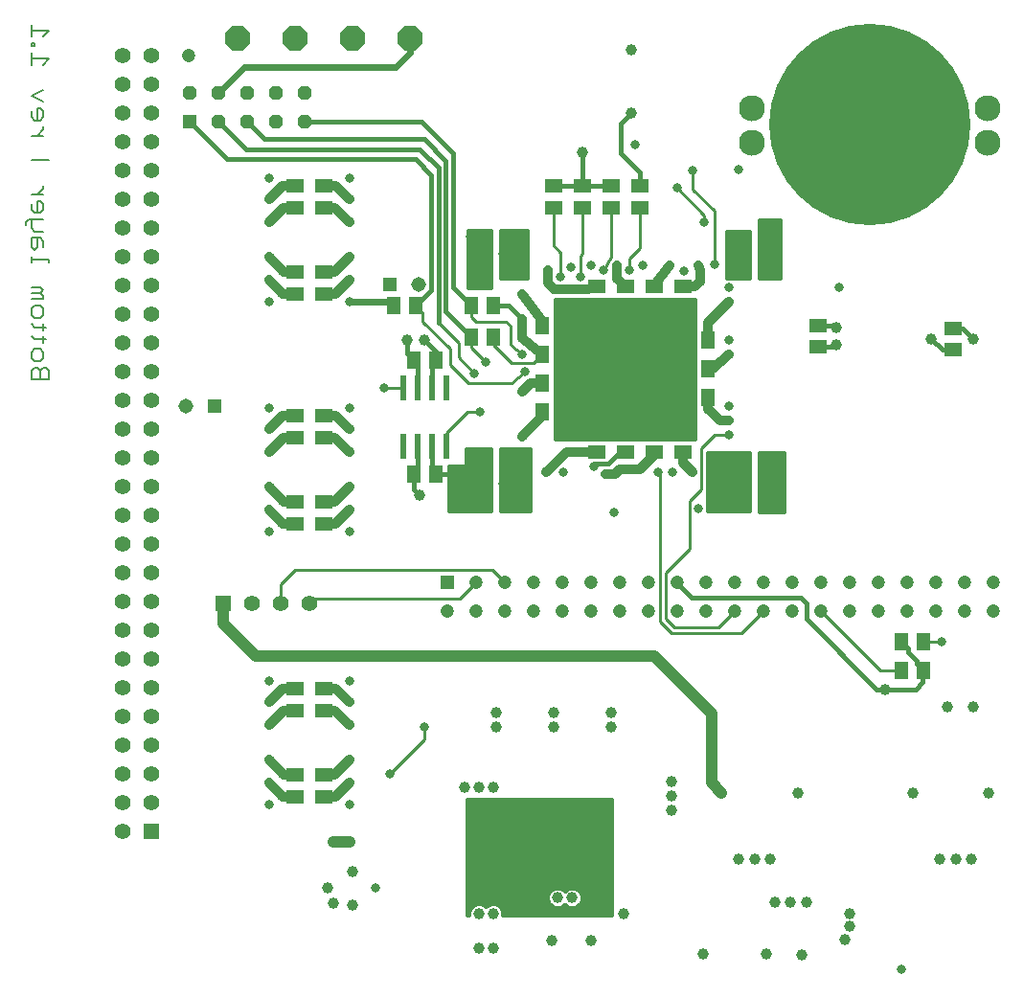
<source format=gbl>
G75*
%MOIN*%
%OFA0B0*%
%FSLAX25Y25*%
%IPPOS*%
%LPD*%
%AMOC8*
5,1,8,0,0,1.08239X$1,22.5*
%
%ADD10C,0.00800*%
%ADD11C,0.09055*%
%ADD12R,0.39370X0.39370*%
%ADD13C,0.70079*%
%ADD14R,0.05906X0.05118*%
%ADD15R,0.05118X0.05906*%
%ADD16R,0.05537X0.05537*%
%ADD17C,0.05537*%
%ADD18C,0.03175*%
%ADD19C,0.16598*%
%ADD20R,0.02362X0.08661*%
%ADD21R,0.04750X0.04750*%
%ADD22C,0.04750*%
%ADD23OC8,0.04750*%
%ADD24OC8,0.08500*%
%ADD25R,0.05143X0.05143*%
%ADD26C,0.05143*%
%ADD27C,0.03962*%
%ADD28C,0.03200*%
%ADD29C,0.01000*%
%ADD30C,0.01600*%
%ADD31C,0.02400*%
%ADD32C,0.04000*%
D10*
X0013400Y0226400D02*
X0013400Y0229503D01*
X0014434Y0230537D01*
X0015468Y0230537D01*
X0016503Y0229503D01*
X0016503Y0226400D01*
X0019605Y0226400D02*
X0019605Y0229503D01*
X0018571Y0230537D01*
X0017537Y0230537D01*
X0016503Y0229503D01*
X0016503Y0232845D02*
X0014434Y0232845D01*
X0013400Y0233880D01*
X0013400Y0235948D01*
X0014434Y0236982D01*
X0016503Y0236982D01*
X0017537Y0235948D01*
X0017537Y0233880D01*
X0016503Y0232845D01*
X0017537Y0239291D02*
X0017537Y0241359D01*
X0018571Y0240325D02*
X0014434Y0240325D01*
X0013400Y0241359D01*
X0014434Y0244622D02*
X0013400Y0245656D01*
X0014434Y0244622D02*
X0018571Y0244622D01*
X0017537Y0243588D02*
X0017537Y0245656D01*
X0016503Y0247885D02*
X0014434Y0247885D01*
X0013400Y0248919D01*
X0013400Y0250988D01*
X0014434Y0252022D01*
X0016503Y0252022D01*
X0017537Y0250988D01*
X0017537Y0248919D01*
X0016503Y0247885D01*
X0017537Y0254330D02*
X0013400Y0254330D01*
X0013400Y0256399D02*
X0016503Y0256399D01*
X0017537Y0257433D01*
X0016503Y0258467D01*
X0013400Y0258467D01*
X0016503Y0256399D02*
X0017537Y0255365D01*
X0017537Y0254330D01*
X0019605Y0267221D02*
X0019605Y0268256D01*
X0013400Y0268256D01*
X0013400Y0269290D02*
X0013400Y0267221D01*
X0014434Y0271518D02*
X0013400Y0272553D01*
X0013400Y0275655D01*
X0016503Y0275655D01*
X0017537Y0274621D01*
X0017537Y0272553D01*
X0015468Y0272553D02*
X0015468Y0275655D01*
X0014434Y0277964D02*
X0013400Y0278998D01*
X0013400Y0282101D01*
X0012366Y0282101D02*
X0011332Y0281067D01*
X0011332Y0280032D01*
X0012366Y0282101D02*
X0017537Y0282101D01*
X0016503Y0284409D02*
X0017537Y0285444D01*
X0017537Y0287512D01*
X0016503Y0288546D01*
X0015468Y0288546D01*
X0015468Y0284409D01*
X0014434Y0284409D02*
X0016503Y0284409D01*
X0014434Y0284409D02*
X0013400Y0285444D01*
X0013400Y0287512D01*
X0013400Y0290855D02*
X0017537Y0290855D01*
X0017537Y0292923D02*
X0017537Y0293958D01*
X0017537Y0292923D02*
X0015468Y0290855D01*
X0013400Y0302672D02*
X0019605Y0302672D01*
X0017537Y0311266D02*
X0013400Y0311266D01*
X0015468Y0311266D02*
X0017537Y0313334D01*
X0017537Y0314368D01*
X0016503Y0316637D02*
X0017537Y0317671D01*
X0017537Y0319740D01*
X0016503Y0320774D01*
X0015468Y0320774D01*
X0015468Y0316637D01*
X0014434Y0316637D02*
X0016503Y0316637D01*
X0014434Y0316637D02*
X0013400Y0317671D01*
X0013400Y0319740D01*
X0017537Y0323082D02*
X0013400Y0325151D01*
X0017537Y0327219D01*
X0017537Y0335973D02*
X0019605Y0338042D01*
X0013400Y0338042D01*
X0013400Y0340110D02*
X0013400Y0335973D01*
X0013400Y0342419D02*
X0013400Y0343453D01*
X0014434Y0343453D01*
X0014434Y0342419D01*
X0013400Y0342419D01*
X0013400Y0345642D02*
X0013400Y0349779D01*
X0013400Y0347710D02*
X0019605Y0347710D01*
X0017537Y0345642D01*
X0017537Y0277964D02*
X0014434Y0277964D01*
X0015468Y0272553D02*
X0014434Y0271518D01*
X0013400Y0226400D02*
X0019605Y0226400D01*
D11*
X0264055Y0308701D03*
X0264055Y0320906D03*
X0345945Y0320906D03*
X0345945Y0308701D03*
D12*
X0305000Y0315000D03*
D13*
X0305000Y0315000D03*
D14*
X0225000Y0293740D03*
X0225000Y0286260D03*
X0215000Y0286260D03*
X0205000Y0286260D03*
X0205000Y0293740D03*
X0215000Y0293740D03*
X0195000Y0293740D03*
X0195000Y0286260D03*
X0210000Y0258740D03*
X0220000Y0258740D03*
X0230000Y0258740D03*
X0230000Y0251260D03*
X0220000Y0251260D03*
X0210000Y0251260D03*
X0240000Y0251260D03*
X0240000Y0258740D03*
X0287044Y0245154D03*
X0287044Y0237674D03*
X0334127Y0236674D03*
X0334127Y0244154D03*
X0240000Y0208740D03*
X0240000Y0201260D03*
X0230000Y0201260D03*
X0220000Y0201260D03*
X0210000Y0201260D03*
X0210000Y0208740D03*
X0220000Y0208740D03*
X0230000Y0208740D03*
X0115000Y0206260D03*
X0105000Y0206260D03*
X0105000Y0213740D03*
X0115000Y0213740D03*
X0115000Y0183740D03*
X0105000Y0183740D03*
X0105000Y0176260D03*
X0115000Y0176260D03*
X0115000Y0118740D03*
X0105000Y0118740D03*
X0105000Y0111260D03*
X0115000Y0111260D03*
X0115000Y0088740D03*
X0105000Y0088740D03*
X0105000Y0081260D03*
X0115000Y0081260D03*
X0115000Y0256260D03*
X0105000Y0256260D03*
X0105000Y0263740D03*
X0115000Y0263740D03*
X0115000Y0286260D03*
X0105000Y0286260D03*
X0105000Y0293740D03*
X0115000Y0293740D03*
D15*
X0171260Y0275000D03*
X0178740Y0275000D03*
X0178740Y0265000D03*
X0171260Y0265000D03*
X0173990Y0252000D03*
X0166510Y0252000D03*
X0166510Y0241000D03*
X0173990Y0241000D03*
X0191260Y0245000D03*
X0198740Y0245000D03*
X0198740Y0235000D03*
X0191260Y0235000D03*
X0191260Y0225000D03*
X0198740Y0225000D03*
X0198740Y0215000D03*
X0191260Y0215000D03*
X0178740Y0195000D03*
X0171260Y0195000D03*
X0171260Y0185000D03*
X0178740Y0185000D03*
X0153990Y0193500D03*
X0146510Y0193500D03*
X0146510Y0233000D03*
X0153990Y0233000D03*
X0146990Y0252000D03*
X0139510Y0252000D03*
X0241260Y0240000D03*
X0248740Y0240000D03*
X0248740Y0230000D03*
X0241260Y0230000D03*
X0241260Y0220000D03*
X0248740Y0220000D03*
X0261260Y0195000D03*
X0268740Y0195000D03*
X0268740Y0185000D03*
X0261260Y0185000D03*
X0316260Y0135000D03*
X0323740Y0135000D03*
X0323740Y0125000D03*
X0316260Y0125000D03*
X0268740Y0265000D03*
X0261260Y0265000D03*
X0261260Y0275000D03*
X0268740Y0275000D03*
D16*
X0080000Y0148500D03*
X0055000Y0069173D03*
D17*
X0045000Y0069173D03*
X0045000Y0079173D03*
X0055000Y0079173D03*
X0055000Y0089173D03*
X0045000Y0089173D03*
X0045000Y0099173D03*
X0055000Y0099173D03*
X0055000Y0109173D03*
X0045000Y0109173D03*
X0045000Y0119173D03*
X0055000Y0119173D03*
X0055000Y0129173D03*
X0045000Y0129173D03*
X0045000Y0139173D03*
X0055000Y0139173D03*
X0055000Y0149173D03*
X0045000Y0149173D03*
X0045000Y0159173D03*
X0055000Y0159173D03*
X0055000Y0169173D03*
X0045000Y0169173D03*
X0045000Y0179173D03*
X0055000Y0179173D03*
X0055000Y0189173D03*
X0045000Y0189173D03*
X0045000Y0199173D03*
X0055000Y0199173D03*
X0055000Y0209173D03*
X0045000Y0209173D03*
X0045000Y0219173D03*
X0055000Y0219173D03*
X0055000Y0229173D03*
X0045000Y0229173D03*
X0045000Y0239173D03*
X0055000Y0239173D03*
X0055000Y0249173D03*
X0045000Y0249173D03*
X0045000Y0259173D03*
X0055000Y0259173D03*
X0055000Y0269173D03*
X0045000Y0269173D03*
X0045000Y0279173D03*
X0055000Y0279173D03*
X0055000Y0289173D03*
X0045000Y0289173D03*
X0045000Y0299173D03*
X0055000Y0299173D03*
X0055000Y0309173D03*
X0045000Y0309173D03*
X0045000Y0319173D03*
X0055000Y0319173D03*
X0055000Y0329173D03*
X0045000Y0329173D03*
X0045000Y0339173D03*
X0055000Y0339173D03*
X0090000Y0148500D03*
X0100000Y0148500D03*
X0110000Y0148500D03*
D18*
X0096000Y0173500D03*
X0096000Y0181000D03*
X0096000Y0189000D03*
X0096000Y0201000D03*
X0096000Y0209000D03*
X0096000Y0216500D03*
X0124000Y0216500D03*
X0124000Y0209000D03*
X0124000Y0201000D03*
X0124000Y0189000D03*
X0124000Y0181000D03*
X0124000Y0173500D03*
X0160000Y0190000D03*
X0165500Y0185000D03*
X0177500Y0190000D03*
X0185000Y0196500D03*
X0184500Y0201000D03*
X0184000Y0206500D03*
X0169500Y0215000D03*
X0184000Y0222000D03*
X0185000Y0229000D03*
X0184000Y0235000D03*
X0171500Y0232500D03*
X0167500Y0228500D03*
X0136000Y0223500D03*
X0165500Y0195000D03*
X0185500Y0182000D03*
X0192500Y0194000D03*
X0198500Y0194000D03*
X0209000Y0196000D03*
X0213000Y0193500D03*
X0216000Y0180000D03*
X0231500Y0194000D03*
X0236500Y0194000D03*
X0243500Y0194000D03*
X0250000Y0194000D03*
X0256000Y0199500D03*
X0256000Y0207000D03*
X0256000Y0212000D03*
X0256000Y0217291D03*
X0230000Y0220000D03*
X0210000Y0220000D03*
X0210000Y0240000D03*
X0230000Y0240000D03*
X0256000Y0240000D03*
X0256000Y0235000D03*
X0256000Y0253500D03*
X0256000Y0258500D03*
X0256500Y0263500D03*
X0251000Y0266500D03*
X0245500Y0266000D03*
X0240500Y0264000D03*
X0235500Y0266000D03*
X0226000Y0266000D03*
X0221500Y0264500D03*
X0217000Y0266000D03*
X0212500Y0264500D03*
X0208000Y0266000D03*
X0204500Y0262000D03*
X0201000Y0265500D03*
X0197500Y0262000D03*
X0193000Y0264500D03*
X0184500Y0267000D03*
X0184000Y0263000D03*
X0184000Y0256000D03*
X0184000Y0247500D03*
X0170000Y0259500D03*
X0172000Y0270000D03*
X0166500Y0270000D03*
X0166000Y0276000D03*
X0177500Y0270000D03*
X0181500Y0270000D03*
X0124000Y0269000D03*
X0124000Y0261000D03*
X0124000Y0253500D03*
X0096000Y0253500D03*
X0096000Y0261000D03*
X0096000Y0269000D03*
X0096000Y0281000D03*
X0096000Y0289000D03*
X0096000Y0296500D03*
X0124000Y0296500D03*
X0124000Y0289000D03*
X0124000Y0281000D03*
X0223500Y0308000D03*
X0243500Y0299000D03*
X0238000Y0293000D03*
X0247500Y0281000D03*
X0257500Y0270000D03*
X0262500Y0270000D03*
X0268000Y0270000D03*
X0272500Y0270000D03*
X0272500Y0280500D03*
X0259500Y0299500D03*
X0282500Y0301000D03*
X0328000Y0300500D03*
X0324500Y0333000D03*
X0285500Y0333000D03*
X0294500Y0258500D03*
X0269500Y0190000D03*
X0274000Y0182500D03*
X0253500Y0181500D03*
X0245500Y0181500D03*
X0330000Y0135000D03*
X0197000Y0060000D03*
X0193500Y0060000D03*
X0190000Y0060000D03*
X0186500Y0060000D03*
X0183000Y0060000D03*
X0133000Y0049500D03*
X0124000Y0078500D03*
X0124000Y0086000D03*
X0124000Y0094000D03*
X0138000Y0089000D03*
X0150000Y0105500D03*
X0124000Y0106000D03*
X0124000Y0114000D03*
X0124000Y0121500D03*
X0096000Y0121500D03*
X0096000Y0114000D03*
X0096000Y0106000D03*
X0096000Y0094000D03*
X0096000Y0086000D03*
X0096000Y0078500D03*
X0316000Y0021000D03*
D19*
X0220000Y0230000D03*
D20*
X0157750Y0223486D03*
X0152750Y0223486D03*
X0147750Y0223486D03*
X0142750Y0223486D03*
X0142750Y0203014D03*
X0147750Y0203014D03*
X0152750Y0203014D03*
X0157750Y0203014D03*
D21*
X0157953Y0155669D03*
X0068500Y0316000D03*
D22*
X0068000Y0339000D03*
X0167953Y0155669D03*
X0177953Y0155669D03*
X0187953Y0155669D03*
X0197953Y0155669D03*
X0207953Y0155669D03*
X0217953Y0155669D03*
X0227953Y0155669D03*
X0237953Y0155669D03*
X0247953Y0155669D03*
X0257953Y0155669D03*
X0267953Y0155669D03*
X0277953Y0155669D03*
X0287953Y0155669D03*
X0297953Y0155669D03*
X0307953Y0155669D03*
X0317953Y0155669D03*
X0327953Y0155669D03*
X0337953Y0155669D03*
X0347953Y0155669D03*
X0347953Y0145669D03*
X0337953Y0145669D03*
X0327953Y0145669D03*
X0317953Y0145669D03*
X0307953Y0145669D03*
X0297953Y0145669D03*
X0287953Y0145669D03*
X0277953Y0145669D03*
X0267953Y0145669D03*
X0257953Y0145669D03*
X0247953Y0145669D03*
X0237953Y0145669D03*
X0227953Y0145669D03*
X0217953Y0145669D03*
X0207953Y0145669D03*
X0197953Y0145669D03*
X0187953Y0145669D03*
X0177953Y0145669D03*
X0167953Y0145669D03*
X0157953Y0145669D03*
D23*
X0108500Y0316000D03*
X0108500Y0326000D03*
X0098500Y0326000D03*
X0088500Y0326000D03*
X0088500Y0316000D03*
X0098500Y0316000D03*
X0078500Y0316000D03*
X0078500Y0326000D03*
X0068500Y0326000D03*
D24*
X0085000Y0345000D03*
X0105000Y0345000D03*
X0125000Y0345000D03*
X0145000Y0345000D03*
D25*
X0138000Y0259500D03*
X0077000Y0217000D03*
D26*
X0067000Y0217000D03*
X0148000Y0259500D03*
D27*
X0118500Y0044000D03*
X0116500Y0049500D03*
X0125000Y0055000D03*
X0124000Y0065500D03*
X0118500Y0065500D03*
X0125000Y0043500D03*
X0169000Y0040500D03*
X0174000Y0040500D03*
X0194500Y0031000D03*
X0208000Y0031000D03*
X0219500Y0040500D03*
X0201500Y0046000D03*
X0196500Y0046000D03*
X0174000Y0028500D03*
X0169000Y0028500D03*
X0247000Y0026500D03*
X0269000Y0026500D03*
X0281500Y0026000D03*
X0296500Y0031500D03*
X0298000Y0036000D03*
X0298000Y0040500D03*
X0283000Y0044500D03*
X0277500Y0044500D03*
X0272000Y0044500D03*
X0270500Y0059500D03*
X0265000Y0059500D03*
X0259500Y0059500D03*
X0236000Y0076500D03*
X0236000Y0081500D03*
X0236000Y0086500D03*
X0253500Y0082500D03*
X0280000Y0082500D03*
X0320000Y0082500D03*
X0346500Y0082500D03*
X0340500Y0059500D03*
X0335000Y0059500D03*
X0329500Y0059500D03*
X0332000Y0112500D03*
X0341000Y0112500D03*
X0310500Y0118500D03*
X0215000Y0110500D03*
X0215000Y0105500D03*
X0195000Y0105500D03*
X0195000Y0110500D03*
X0175000Y0110500D03*
X0175000Y0105500D03*
X0174000Y0084500D03*
X0169000Y0084500D03*
X0164000Y0084500D03*
X0148500Y0186000D03*
X0150000Y0240000D03*
X0144000Y0240000D03*
X0205000Y0305500D03*
X0222000Y0319000D03*
X0222000Y0341000D03*
X0293500Y0244500D03*
X0293500Y0238500D03*
X0326500Y0240500D03*
X0341000Y0240500D03*
D28*
X0256000Y0235000D02*
X0250500Y0230000D01*
X0248740Y0220000D02*
X0248740Y0216260D01*
X0253000Y0212000D01*
X0256000Y0212000D01*
X0240000Y0201260D02*
X0240000Y0197500D01*
X0243500Y0194000D01*
X0230000Y0200000D02*
X0225000Y0195000D01*
X0218000Y0195000D01*
X0216500Y0193500D01*
X0213000Y0193500D01*
X0210000Y0201260D02*
X0199760Y0201260D01*
X0192500Y0194000D01*
X0184000Y0206500D02*
X0191260Y0213760D01*
X0184000Y0222000D02*
X0187000Y0225000D01*
X0191260Y0225000D01*
X0191260Y0235000D02*
X0184000Y0240760D01*
X0184000Y0247500D01*
X0191260Y0246740D02*
X0184000Y0256000D01*
X0193000Y0260000D02*
X0193000Y0264500D01*
X0193000Y0260000D02*
X0195260Y0257740D01*
X0207260Y0257740D01*
X0210000Y0258740D01*
X0217000Y0261500D02*
X0217000Y0266000D01*
X0217000Y0261500D02*
X0220000Y0258740D01*
X0230000Y0259000D02*
X0235500Y0266000D01*
X0240000Y0258740D02*
X0244240Y0258740D01*
X0246000Y0260500D01*
X0246000Y0264500D01*
X0245500Y0266000D01*
X0256000Y0253500D02*
X0248740Y0246240D01*
X0248740Y0240000D01*
X0124000Y0261000D02*
X0119260Y0256260D01*
X0115000Y0256260D01*
X0105000Y0256260D02*
X0100740Y0256260D01*
X0096000Y0261000D01*
X0101260Y0263740D02*
X0096000Y0269000D01*
X0101260Y0263740D02*
X0105000Y0263740D01*
X0115000Y0263740D02*
X0118740Y0263740D01*
X0124000Y0269000D01*
X0124000Y0281000D02*
X0118740Y0286260D01*
X0115000Y0286260D01*
X0105000Y0286260D02*
X0101260Y0286260D01*
X0096000Y0281000D01*
X0096000Y0289000D02*
X0100740Y0293740D01*
X0105000Y0293740D01*
X0115000Y0293740D02*
X0119260Y0293740D01*
X0124000Y0289000D01*
X0119260Y0213740D02*
X0115000Y0213740D01*
X0119260Y0213740D02*
X0124000Y0209000D01*
X0118740Y0206260D02*
X0124000Y0201000D01*
X0118740Y0206260D02*
X0115000Y0206260D01*
X0105000Y0206260D02*
X0101260Y0206260D01*
X0096000Y0201000D01*
X0096000Y0209000D02*
X0100740Y0213740D01*
X0105000Y0213740D01*
X0096000Y0189000D02*
X0101260Y0183740D01*
X0105000Y0183740D01*
X0100740Y0176260D02*
X0096000Y0181000D01*
X0100740Y0176260D02*
X0105000Y0176260D01*
X0115000Y0176260D02*
X0119260Y0176260D01*
X0124000Y0181000D01*
X0118740Y0183740D02*
X0124000Y0189000D01*
X0118740Y0183740D02*
X0115000Y0183740D01*
X0115000Y0118740D02*
X0119260Y0118740D01*
X0124000Y0114000D01*
X0118740Y0111260D02*
X0124000Y0106000D01*
X0118740Y0111260D02*
X0115000Y0111260D01*
X0105000Y0111260D02*
X0101260Y0111260D01*
X0096000Y0106000D01*
X0096000Y0114000D02*
X0100740Y0118740D01*
X0105000Y0118740D01*
X0096000Y0094000D02*
X0101260Y0088740D01*
X0105000Y0088740D01*
X0100740Y0081260D02*
X0096000Y0086000D01*
X0100740Y0081260D02*
X0105000Y0081260D01*
X0115000Y0081260D02*
X0119260Y0081260D01*
X0124000Y0086000D01*
X0118740Y0088740D02*
X0124000Y0094000D01*
X0118740Y0088740D02*
X0115000Y0088740D01*
D29*
X0138000Y0089000D02*
X0150000Y0101000D01*
X0150000Y0105500D01*
X0160000Y0150000D02*
X0111500Y0150000D01*
X0110000Y0148500D01*
X0100000Y0148500D02*
X0100000Y0155000D01*
X0105000Y0160000D01*
X0173622Y0160000D01*
X0177953Y0155669D01*
X0167953Y0155669D02*
X0162283Y0150000D01*
X0160000Y0150000D01*
X0158500Y0180500D02*
X0173500Y0180500D01*
X0173500Y0202500D01*
X0164500Y0202500D01*
X0164500Y0196500D01*
X0158500Y0196500D01*
X0158500Y0180500D01*
X0158500Y0180738D02*
X0173500Y0180738D01*
X0173500Y0181737D02*
X0158500Y0181737D01*
X0158500Y0182735D02*
X0173500Y0182735D01*
X0173500Y0183734D02*
X0158500Y0183734D01*
X0158500Y0184732D02*
X0173500Y0184732D01*
X0173500Y0185731D02*
X0158500Y0185731D01*
X0158500Y0186729D02*
X0173500Y0186729D01*
X0173500Y0187728D02*
X0158500Y0187728D01*
X0158500Y0188726D02*
X0173500Y0188726D01*
X0173500Y0189725D02*
X0158500Y0189725D01*
X0158500Y0190723D02*
X0173500Y0190723D01*
X0173500Y0191722D02*
X0158500Y0191722D01*
X0158500Y0192720D02*
X0173500Y0192720D01*
X0173500Y0193719D02*
X0158500Y0193719D01*
X0158500Y0194717D02*
X0173500Y0194717D01*
X0173500Y0195716D02*
X0158500Y0195716D01*
X0164500Y0196714D02*
X0173500Y0196714D01*
X0173500Y0197713D02*
X0164500Y0197713D01*
X0164500Y0198711D02*
X0173500Y0198711D01*
X0173500Y0199710D02*
X0164500Y0199710D01*
X0164500Y0200708D02*
X0173500Y0200708D01*
X0173500Y0201707D02*
X0164500Y0201707D01*
X0157750Y0203014D02*
X0157750Y0207750D01*
X0165000Y0215000D01*
X0169500Y0215000D01*
X0165500Y0225000D02*
X0180500Y0225000D01*
X0185000Y0229000D01*
X0188260Y0232000D02*
X0180500Y0232000D01*
X0173990Y0238510D01*
X0173990Y0241000D01*
X0180000Y0238500D02*
X0180000Y0245000D01*
X0178500Y0246500D01*
X0168000Y0246500D01*
X0166510Y0247990D01*
X0166510Y0252000D01*
X0165000Y0258000D02*
X0173500Y0258000D01*
X0173500Y0278500D01*
X0165000Y0278500D01*
X0165000Y0258000D01*
X0165000Y0258622D02*
X0173500Y0258622D01*
X0173500Y0259620D02*
X0165000Y0259620D01*
X0165000Y0260619D02*
X0173500Y0260619D01*
X0173500Y0261617D02*
X0165000Y0261617D01*
X0165000Y0262616D02*
X0173500Y0262616D01*
X0173500Y0263614D02*
X0165000Y0263614D01*
X0165000Y0264613D02*
X0173500Y0264613D01*
X0173500Y0265611D02*
X0165000Y0265611D01*
X0165000Y0266610D02*
X0173500Y0266610D01*
X0173500Y0267608D02*
X0165000Y0267608D01*
X0165000Y0268607D02*
X0173500Y0268607D01*
X0173500Y0269605D02*
X0165000Y0269605D01*
X0165000Y0270604D02*
X0173500Y0270604D01*
X0173500Y0271603D02*
X0165000Y0271603D01*
X0165000Y0272601D02*
X0173500Y0272601D01*
X0173500Y0273600D02*
X0165000Y0273600D01*
X0165000Y0274598D02*
X0173500Y0274598D01*
X0173500Y0275597D02*
X0165000Y0275597D01*
X0165000Y0276595D02*
X0173500Y0276595D01*
X0173500Y0277594D02*
X0165000Y0277594D01*
X0176500Y0277594D02*
X0186000Y0277594D01*
X0186000Y0278500D02*
X0186000Y0261500D01*
X0176500Y0261500D01*
X0176500Y0278500D01*
X0186000Y0278500D01*
X0186000Y0276595D02*
X0176500Y0276595D01*
X0176500Y0275597D02*
X0186000Y0275597D01*
X0186000Y0274598D02*
X0176500Y0274598D01*
X0176500Y0273600D02*
X0186000Y0273600D01*
X0186000Y0272601D02*
X0176500Y0272601D01*
X0176500Y0271603D02*
X0186000Y0271603D01*
X0186000Y0270604D02*
X0176500Y0270604D01*
X0176500Y0269605D02*
X0186000Y0269605D01*
X0186000Y0268607D02*
X0176500Y0268607D01*
X0176500Y0267608D02*
X0186000Y0267608D01*
X0186000Y0266610D02*
X0176500Y0266610D01*
X0176500Y0265611D02*
X0186000Y0265611D01*
X0186000Y0264613D02*
X0176500Y0264613D01*
X0176500Y0263614D02*
X0186000Y0263614D01*
X0186000Y0262616D02*
X0176500Y0262616D01*
X0176500Y0261617D02*
X0186000Y0261617D01*
X0197500Y0262000D02*
X0197500Y0270500D01*
X0195000Y0273000D01*
X0195000Y0286260D01*
X0205000Y0286260D02*
X0205000Y0270000D01*
X0204500Y0269500D01*
X0204500Y0264000D01*
X0204500Y0262000D01*
X0212500Y0264500D02*
X0215000Y0269000D01*
X0215000Y0286260D01*
X0225000Y0286260D02*
X0225000Y0272000D01*
X0221500Y0268500D01*
X0221500Y0264500D01*
X0244500Y0254500D02*
X0195500Y0254500D01*
X0195500Y0205500D01*
X0244500Y0205500D01*
X0244500Y0254500D01*
X0244500Y0253629D02*
X0195500Y0253629D01*
X0195500Y0252631D02*
X0244500Y0252631D01*
X0244500Y0251632D02*
X0195500Y0251632D01*
X0195500Y0250634D02*
X0244500Y0250634D01*
X0244500Y0249635D02*
X0195500Y0249635D01*
X0195500Y0248637D02*
X0244500Y0248637D01*
X0244500Y0247638D02*
X0195500Y0247638D01*
X0195500Y0246640D02*
X0244500Y0246640D01*
X0244500Y0245641D02*
X0195500Y0245641D01*
X0195500Y0244643D02*
X0244500Y0244643D01*
X0244500Y0243644D02*
X0195500Y0243644D01*
X0195500Y0242646D02*
X0244500Y0242646D01*
X0244500Y0241647D02*
X0195500Y0241647D01*
X0195500Y0240649D02*
X0244500Y0240649D01*
X0244500Y0239650D02*
X0195500Y0239650D01*
X0195500Y0238652D02*
X0244500Y0238652D01*
X0244500Y0237653D02*
X0195500Y0237653D01*
X0195500Y0236655D02*
X0244500Y0236655D01*
X0244500Y0235656D02*
X0195500Y0235656D01*
X0195500Y0234658D02*
X0244500Y0234658D01*
X0244500Y0233659D02*
X0195500Y0233659D01*
X0195500Y0232661D02*
X0244500Y0232661D01*
X0244500Y0231662D02*
X0195500Y0231662D01*
X0195500Y0230664D02*
X0244500Y0230664D01*
X0244500Y0229665D02*
X0195500Y0229665D01*
X0195500Y0228667D02*
X0244500Y0228667D01*
X0244500Y0227668D02*
X0195500Y0227668D01*
X0195500Y0226670D02*
X0244500Y0226670D01*
X0244500Y0225671D02*
X0195500Y0225671D01*
X0195500Y0224672D02*
X0244500Y0224672D01*
X0244500Y0223674D02*
X0195500Y0223674D01*
X0195500Y0222675D02*
X0244500Y0222675D01*
X0244500Y0221677D02*
X0195500Y0221677D01*
X0195500Y0220678D02*
X0244500Y0220678D01*
X0244500Y0219680D02*
X0195500Y0219680D01*
X0195500Y0218681D02*
X0244500Y0218681D01*
X0244500Y0217683D02*
X0195500Y0217683D01*
X0195500Y0216684D02*
X0244500Y0216684D01*
X0244500Y0215686D02*
X0195500Y0215686D01*
X0195500Y0214687D02*
X0244500Y0214687D01*
X0244500Y0213689D02*
X0195500Y0213689D01*
X0195500Y0212690D02*
X0244500Y0212690D01*
X0244500Y0211692D02*
X0195500Y0211692D01*
X0195500Y0210693D02*
X0244500Y0210693D01*
X0244500Y0209695D02*
X0195500Y0209695D01*
X0195500Y0208696D02*
X0244500Y0208696D01*
X0244500Y0207698D02*
X0195500Y0207698D01*
X0195500Y0206699D02*
X0244500Y0206699D01*
X0244500Y0205701D02*
X0195500Y0205701D01*
X0187000Y0202500D02*
X0187000Y0180500D01*
X0176500Y0180500D01*
X0176500Y0202500D01*
X0187000Y0202500D01*
X0187000Y0201707D02*
X0176500Y0201707D01*
X0176500Y0200708D02*
X0187000Y0200708D01*
X0187000Y0199710D02*
X0176500Y0199710D01*
X0176500Y0198711D02*
X0187000Y0198711D01*
X0187000Y0197713D02*
X0176500Y0197713D01*
X0176500Y0196714D02*
X0187000Y0196714D01*
X0187000Y0195716D02*
X0176500Y0195716D01*
X0176500Y0194717D02*
X0187000Y0194717D01*
X0187000Y0193719D02*
X0176500Y0193719D01*
X0176500Y0192720D02*
X0187000Y0192720D01*
X0187000Y0191722D02*
X0176500Y0191722D01*
X0176500Y0190723D02*
X0187000Y0190723D01*
X0187000Y0189725D02*
X0176500Y0189725D01*
X0176500Y0188726D02*
X0187000Y0188726D01*
X0187000Y0187728D02*
X0176500Y0187728D01*
X0176500Y0186729D02*
X0187000Y0186729D01*
X0187000Y0185731D02*
X0176500Y0185731D01*
X0176500Y0184732D02*
X0187000Y0184732D01*
X0187000Y0183734D02*
X0176500Y0183734D01*
X0176500Y0182735D02*
X0187000Y0182735D01*
X0187000Y0181737D02*
X0176500Y0181737D01*
X0176500Y0180738D02*
X0187000Y0180738D01*
X0231500Y0194000D02*
X0232000Y0193500D01*
X0232000Y0142000D01*
X0236000Y0138000D01*
X0260283Y0138000D01*
X0267953Y0145669D01*
X0257953Y0145669D02*
X0252283Y0140000D01*
X0237000Y0140000D01*
X0234000Y0143000D01*
X0234000Y0159000D01*
X0242500Y0167500D01*
X0242500Y0184000D01*
X0246500Y0188000D01*
X0246500Y0202500D01*
X0251000Y0207000D01*
X0256000Y0207000D01*
X0248500Y0201000D02*
X0263500Y0201000D01*
X0263500Y0180500D01*
X0248500Y0180500D01*
X0248500Y0201000D01*
X0248500Y0200708D02*
X0263500Y0200708D01*
X0263500Y0199710D02*
X0248500Y0199710D01*
X0248500Y0198711D02*
X0263500Y0198711D01*
X0263500Y0197713D02*
X0248500Y0197713D01*
X0248500Y0196714D02*
X0263500Y0196714D01*
X0263500Y0195716D02*
X0248500Y0195716D01*
X0248500Y0194717D02*
X0263500Y0194717D01*
X0263500Y0193719D02*
X0248500Y0193719D01*
X0248500Y0192720D02*
X0263500Y0192720D01*
X0263500Y0191722D02*
X0248500Y0191722D01*
X0248500Y0190723D02*
X0263500Y0190723D01*
X0263500Y0189725D02*
X0248500Y0189725D01*
X0248500Y0188726D02*
X0263500Y0188726D01*
X0263500Y0187728D02*
X0248500Y0187728D01*
X0248500Y0186729D02*
X0263500Y0186729D01*
X0263500Y0185731D02*
X0248500Y0185731D01*
X0248500Y0184732D02*
X0263500Y0184732D01*
X0263500Y0183734D02*
X0248500Y0183734D01*
X0248500Y0182735D02*
X0263500Y0182735D01*
X0263500Y0181737D02*
X0248500Y0181737D01*
X0248500Y0180738D02*
X0263500Y0180738D01*
X0266500Y0180738D02*
X0275500Y0180738D01*
X0275500Y0180000D02*
X0266500Y0180000D01*
X0266500Y0201000D01*
X0275500Y0201000D01*
X0275500Y0180000D01*
X0275500Y0181737D02*
X0266500Y0181737D01*
X0266500Y0182735D02*
X0275500Y0182735D01*
X0275500Y0183734D02*
X0266500Y0183734D01*
X0266500Y0184732D02*
X0275500Y0184732D01*
X0275500Y0185731D02*
X0266500Y0185731D01*
X0266500Y0186729D02*
X0275500Y0186729D01*
X0275500Y0187728D02*
X0266500Y0187728D01*
X0266500Y0188726D02*
X0275500Y0188726D01*
X0275500Y0189725D02*
X0266500Y0189725D01*
X0266500Y0190723D02*
X0275500Y0190723D01*
X0275500Y0191722D02*
X0266500Y0191722D01*
X0266500Y0192720D02*
X0275500Y0192720D01*
X0275500Y0193719D02*
X0266500Y0193719D01*
X0266500Y0194717D02*
X0275500Y0194717D01*
X0275500Y0195716D02*
X0266500Y0195716D01*
X0266500Y0196714D02*
X0275500Y0196714D01*
X0275500Y0197713D02*
X0266500Y0197713D01*
X0266500Y0198711D02*
X0275500Y0198711D01*
X0275500Y0199710D02*
X0266500Y0199710D01*
X0266500Y0200708D02*
X0275500Y0200708D01*
X0191260Y0235000D02*
X0188260Y0232000D01*
X0184000Y0235000D02*
X0180000Y0238500D01*
X0171500Y0232500D02*
X0166510Y0237490D01*
X0166510Y0241000D01*
X0162000Y0239000D02*
X0162000Y0234000D01*
X0167500Y0228500D01*
X0165500Y0225000D02*
X0159000Y0231500D01*
X0159000Y0237000D01*
X0149500Y0246500D01*
X0149500Y0249500D01*
X0147000Y0252000D01*
X0155000Y0246000D02*
X0162000Y0239000D01*
X0142750Y0223486D02*
X0137014Y0223486D01*
X0136000Y0223500D01*
X0247500Y0281000D02*
X0247500Y0283500D01*
X0238000Y0293000D01*
X0243500Y0292500D02*
X0251000Y0285000D01*
X0251000Y0266500D01*
X0255000Y0266610D02*
X0263500Y0266610D01*
X0263500Y0267608D02*
X0255000Y0267608D01*
X0255000Y0268607D02*
X0263500Y0268607D01*
X0263500Y0269605D02*
X0255000Y0269605D01*
X0255000Y0270604D02*
X0263500Y0270604D01*
X0263500Y0271603D02*
X0255000Y0271603D01*
X0255000Y0272601D02*
X0263500Y0272601D01*
X0263500Y0273600D02*
X0255000Y0273600D01*
X0255000Y0274598D02*
X0263500Y0274598D01*
X0263500Y0275597D02*
X0255000Y0275597D01*
X0255000Y0276595D02*
X0263500Y0276595D01*
X0263500Y0277594D02*
X0255000Y0277594D01*
X0255000Y0278000D02*
X0263500Y0278000D01*
X0263500Y0261500D01*
X0255000Y0261500D01*
X0255000Y0278000D01*
X0266500Y0277594D02*
X0274000Y0277594D01*
X0274000Y0278592D02*
X0266500Y0278592D01*
X0266500Y0279591D02*
X0274000Y0279591D01*
X0274000Y0280589D02*
X0266500Y0280589D01*
X0266500Y0281588D02*
X0274000Y0281588D01*
X0274000Y0282000D02*
X0274000Y0261500D01*
X0266500Y0261500D01*
X0266500Y0282000D01*
X0274000Y0282000D01*
X0274000Y0276595D02*
X0266500Y0276595D01*
X0266500Y0275597D02*
X0274000Y0275597D01*
X0274000Y0274598D02*
X0266500Y0274598D01*
X0266500Y0273600D02*
X0274000Y0273600D01*
X0274000Y0272601D02*
X0266500Y0272601D01*
X0266500Y0271603D02*
X0274000Y0271603D01*
X0274000Y0270604D02*
X0266500Y0270604D01*
X0266500Y0269605D02*
X0274000Y0269605D01*
X0274000Y0268607D02*
X0266500Y0268607D01*
X0266500Y0267608D02*
X0274000Y0267608D01*
X0274000Y0266610D02*
X0266500Y0266610D01*
X0266500Y0265611D02*
X0274000Y0265611D01*
X0274000Y0264613D02*
X0266500Y0264613D01*
X0266500Y0263614D02*
X0274000Y0263614D01*
X0274000Y0262616D02*
X0266500Y0262616D01*
X0266500Y0261617D02*
X0274000Y0261617D01*
X0263500Y0261617D02*
X0255000Y0261617D01*
X0255000Y0262616D02*
X0263500Y0262616D01*
X0263500Y0263614D02*
X0255000Y0263614D01*
X0255000Y0264613D02*
X0263500Y0264613D01*
X0263500Y0265611D02*
X0255000Y0265611D01*
X0243500Y0292500D02*
X0243500Y0299000D01*
X0287953Y0145669D02*
X0308622Y0125000D01*
X0316260Y0125000D01*
X0323740Y0135000D02*
X0330000Y0135000D01*
D30*
X0321500Y0128500D02*
X0321500Y0127500D01*
X0323740Y0125260D01*
X0323740Y0125000D01*
X0323500Y0124760D01*
X0323500Y0121000D01*
X0321000Y0118500D01*
X0317240Y0118500D01*
X0310500Y0118500D01*
X0307500Y0118500D01*
X0283000Y0143000D01*
X0283000Y0148500D01*
X0281000Y0150500D01*
X0243000Y0150500D01*
X0237953Y0155547D01*
X0237953Y0155669D01*
X0310500Y0119240D02*
X0310500Y0118500D01*
X0321500Y0128500D02*
X0318500Y0131500D01*
X0318500Y0132760D01*
X0316260Y0135000D01*
X0215000Y0080000D02*
X0165000Y0080000D01*
X0165000Y0040000D01*
X0165419Y0040000D01*
X0165419Y0041212D01*
X0165964Y0042529D01*
X0166971Y0043536D01*
X0168288Y0044081D01*
X0169712Y0044081D01*
X0171029Y0043536D01*
X0171500Y0043064D01*
X0171971Y0043536D01*
X0173288Y0044081D01*
X0174712Y0044081D01*
X0176029Y0043536D01*
X0177036Y0042529D01*
X0177581Y0041212D01*
X0177581Y0040000D01*
X0215000Y0040000D01*
X0215000Y0080000D01*
X0215000Y0078532D02*
X0165000Y0078532D01*
X0165000Y0076933D02*
X0215000Y0076933D01*
X0215000Y0075334D02*
X0165000Y0075334D01*
X0165000Y0073736D02*
X0215000Y0073736D01*
X0215000Y0072137D02*
X0165000Y0072137D01*
X0165000Y0070539D02*
X0215000Y0070539D01*
X0215000Y0068940D02*
X0165000Y0068940D01*
X0165000Y0067342D02*
X0215000Y0067342D01*
X0215000Y0065743D02*
X0165000Y0065743D01*
X0165000Y0064145D02*
X0215000Y0064145D01*
X0215000Y0062546D02*
X0165000Y0062546D01*
X0165000Y0060948D02*
X0215000Y0060948D01*
X0215000Y0059349D02*
X0165000Y0059349D01*
X0165000Y0057751D02*
X0215000Y0057751D01*
X0215000Y0056152D02*
X0165000Y0056152D01*
X0165000Y0054554D02*
X0215000Y0054554D01*
X0215000Y0052955D02*
X0165000Y0052955D01*
X0165000Y0051357D02*
X0215000Y0051357D01*
X0215000Y0049758D02*
X0165000Y0049758D01*
X0165000Y0048160D02*
X0193595Y0048160D01*
X0193464Y0048029D02*
X0192919Y0046712D01*
X0192919Y0045288D01*
X0193464Y0043971D01*
X0194471Y0042964D01*
X0195788Y0042419D01*
X0197212Y0042419D01*
X0198529Y0042964D01*
X0199000Y0043436D01*
X0199471Y0042964D01*
X0200788Y0042419D01*
X0202212Y0042419D01*
X0203529Y0042964D01*
X0204536Y0043971D01*
X0205081Y0045288D01*
X0205081Y0046712D01*
X0204536Y0048029D01*
X0203529Y0049036D01*
X0202212Y0049581D01*
X0200788Y0049581D01*
X0199471Y0049036D01*
X0199000Y0048564D01*
X0198529Y0049036D01*
X0197212Y0049581D01*
X0195788Y0049581D01*
X0194471Y0049036D01*
X0193464Y0048029D01*
X0192919Y0046561D02*
X0165000Y0046561D01*
X0165000Y0044963D02*
X0193053Y0044963D01*
X0194071Y0043364D02*
X0176200Y0043364D01*
X0177352Y0041766D02*
X0215000Y0041766D01*
X0215000Y0043364D02*
X0203929Y0043364D01*
X0204947Y0044963D02*
X0215000Y0044963D01*
X0215000Y0046561D02*
X0205081Y0046561D01*
X0204405Y0048160D02*
X0215000Y0048160D01*
X0199071Y0043364D02*
X0198929Y0043364D01*
X0215000Y0040167D02*
X0177581Y0040167D01*
X0171800Y0043364D02*
X0171200Y0043364D01*
X0166800Y0043364D02*
X0165000Y0043364D01*
X0165000Y0041766D02*
X0165648Y0041766D01*
X0165419Y0040167D02*
X0165000Y0040167D01*
X0148500Y0186000D02*
X0146510Y0187990D01*
X0146510Y0193500D01*
X0147750Y0194740D01*
X0147750Y0203014D01*
X0152750Y0203014D02*
X0152750Y0194740D01*
X0153990Y0193500D01*
X0166000Y0193500D01*
X0166500Y0194000D01*
X0153990Y0193500D02*
X0152750Y0194740D01*
X0191260Y0213760D02*
X0191260Y0215000D01*
X0214000Y0197000D02*
X0218260Y0201260D01*
X0220000Y0201260D01*
X0214000Y0197000D02*
X0209000Y0197000D01*
X0209000Y0196000D01*
X0230000Y0200000D02*
X0230000Y0201260D01*
X0248740Y0230000D02*
X0250500Y0230000D01*
X0287044Y0237674D02*
X0292674Y0237674D01*
X0293500Y0238500D01*
X0293500Y0244500D02*
X0292846Y0245154D01*
X0287044Y0245154D01*
X0326500Y0240500D02*
X0330326Y0236674D01*
X0334127Y0236674D01*
X0341000Y0240500D02*
X0337346Y0244154D01*
X0334127Y0244154D01*
X0291000Y0301000D02*
X0282500Y0301000D01*
X0291000Y0301000D02*
X0305000Y0315000D01*
X0225000Y0298500D02*
X0225000Y0293740D01*
X0225000Y0298500D02*
X0218500Y0305000D01*
X0218500Y0315500D01*
X0222000Y0319000D01*
X0205000Y0305500D02*
X0205000Y0295000D01*
X0205000Y0293740D01*
X0215000Y0293740D01*
X0205000Y0293740D02*
X0195000Y0293740D01*
X0160000Y0305000D02*
X0160000Y0258510D01*
X0166510Y0252000D01*
X0173990Y0252000D02*
X0179500Y0252000D01*
X0184000Y0247500D01*
X0191260Y0246740D02*
X0191260Y0245000D01*
X0166510Y0241000D02*
X0157500Y0250010D01*
X0157500Y0302500D01*
X0150000Y0310000D01*
X0094500Y0310000D01*
X0090000Y0314500D01*
X0088500Y0316000D01*
X0079500Y0315000D02*
X0088000Y0306500D01*
X0148500Y0306500D01*
X0155000Y0300000D01*
X0155000Y0246000D01*
X0147000Y0252000D02*
X0146990Y0252000D01*
X0152500Y0257510D01*
X0152500Y0297500D01*
X0147000Y0303000D01*
X0081500Y0303000D01*
X0071500Y0313000D01*
X0068500Y0316000D01*
X0078500Y0316000D02*
X0079500Y0315000D01*
X0108500Y0316000D02*
X0149000Y0316000D01*
X0160000Y0305000D01*
X0230000Y0259000D02*
X0230000Y0258740D01*
X0153990Y0236010D02*
X0153990Y0233000D01*
X0152750Y0231760D01*
X0152750Y0223486D01*
X0147750Y0223486D02*
X0147750Y0231760D01*
X0146510Y0233000D01*
X0144000Y0235510D01*
X0144000Y0240000D01*
X0150000Y0240000D02*
X0153990Y0236010D01*
X0153990Y0233000D02*
X0152750Y0231760D01*
D31*
X0139510Y0252000D02*
X0138010Y0253500D01*
X0124000Y0253500D01*
X0078500Y0326000D02*
X0087500Y0335000D01*
X0140000Y0335000D01*
X0145000Y0340000D01*
X0145000Y0345000D01*
D32*
X0080000Y0148500D02*
X0080000Y0141500D01*
X0083000Y0138500D01*
X0091500Y0130000D01*
X0230000Y0130000D01*
X0250000Y0110000D01*
X0250000Y0086000D01*
X0253500Y0082500D01*
X0124000Y0065500D02*
X0118500Y0065500D01*
M02*

</source>
